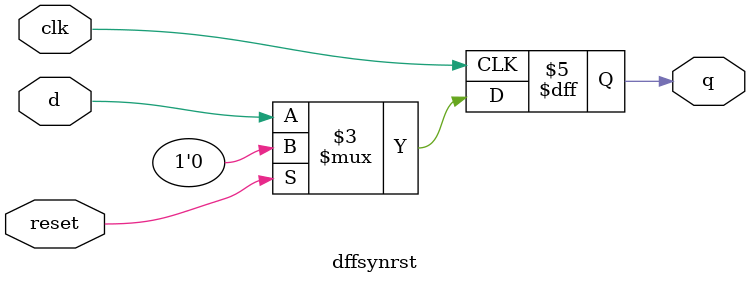
<source format=v>
module dffsynrst (clk,reset,d,q);
input clk,reset,d;
output reg q;

always @ (posedge clk)begin
    if(reset)
        q <= 0;
    else
        q <= d;
end
                
endmodule
</source>
